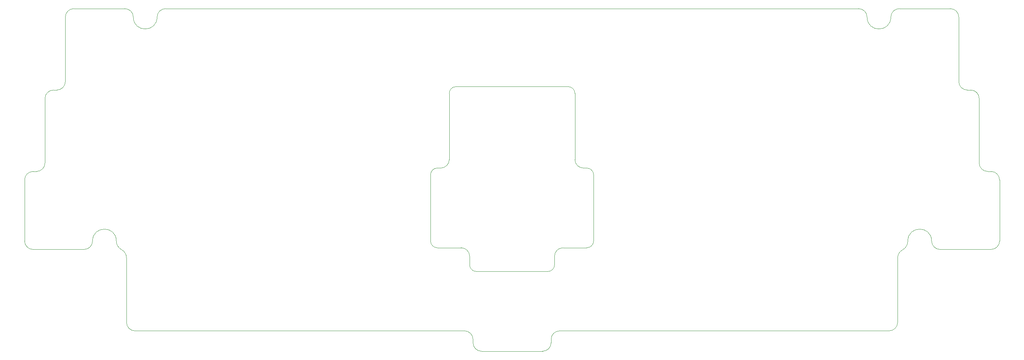
<source format=gbr>
%TF.GenerationSoftware,KiCad,Pcbnew,(7.0.0)*%
%TF.CreationDate,2023-12-26T01:15:32+01:00*%
%TF.ProjectId,Infernum HS,496e6665-726e-4756-9d20-48532e6b6963,rev?*%
%TF.SameCoordinates,Original*%
%TF.FileFunction,Profile,NP*%
%FSLAX46Y46*%
G04 Gerber Fmt 4.6, Leading zero omitted, Abs format (unit mm)*
G04 Created by KiCad (PCBNEW (7.0.0)) date 2023-12-26 01:15:32*
%MOMM*%
%LPD*%
G01*
G04 APERTURE LIST*
%TA.AperFunction,Profile*%
%ADD10C,0.100000*%
%TD*%
G04 APERTURE END LIST*
D10*
X264318750Y-101996875D02*
X265112500Y-101996875D01*
X50800000Y-101996875D02*
X51593750Y-101996875D01*
X148034375Y-142875000D02*
X148034375Y-140890625D01*
X175418750Y-138906250D02*
G75*
G03*
X177006250Y-137318750I-50J1587550D01*
G01*
X246062500Y-158353125D02*
X169068750Y-158353125D01*
X67865575Y-156368750D02*
G75*
G03*
X69850000Y-158353125I1984425J50D01*
G01*
X65484375Y-137318750D02*
G75*
G03*
X59928125Y-137318750I-2778125J0D01*
G01*
X167878125Y-142875000D02*
X167878125Y-140890625D01*
X148828125Y-161131250D02*
X148828125Y-160337500D01*
X267096925Y-119062500D02*
G75*
G03*
X269081250Y-121046875I1984375J0D01*
G01*
X169068750Y-158353075D02*
G75*
G03*
X167084375Y-160337500I50J-1984425D01*
G01*
X262334425Y-84931250D02*
G75*
G03*
X260350000Y-82946875I-1984425J-50D01*
G01*
X69453125Y-84931250D02*
G75*
G03*
X67468750Y-82946875I-1984425J-50D01*
G01*
X248443750Y-82946875D02*
X260350000Y-82946875D01*
X269875000Y-139303125D02*
X257968750Y-139303125D01*
X165100000Y-163115625D02*
X150812500Y-163115625D01*
X55562500Y-82946875D02*
X67468750Y-82946875D01*
X271859425Y-123031250D02*
G75*
G03*
X269875000Y-121046875I-1984425J-50D01*
G01*
X171053125Y-101203125D02*
X144859375Y-101203125D01*
X240903125Y-84931250D02*
G75*
G03*
X238918750Y-82946875I-1984425J-50D01*
G01*
X167084375Y-161131250D02*
X167084375Y-160337500D01*
X172640575Y-102790625D02*
G75*
G03*
X171053125Y-101203125I-1587475J25D01*
G01*
X166290625Y-144462525D02*
G75*
G03*
X167878125Y-142875000I-25J1587525D01*
G01*
X57943750Y-139303125D02*
G75*
G03*
X59928125Y-137318750I0J1984375D01*
G01*
X44053075Y-137318750D02*
G75*
G03*
X46037500Y-139303125I1984425J50D01*
G01*
X169862483Y-138906233D02*
X175418750Y-138906250D01*
X255984375Y-137318750D02*
G75*
G03*
X257968750Y-139303125I1984425J50D01*
G01*
X46831250Y-121046925D02*
G75*
G03*
X48815625Y-119062500I-50J1984425D01*
G01*
X267096925Y-103981250D02*
G75*
G03*
X265112500Y-101996875I-1984425J-50D01*
G01*
X271859375Y-123031250D02*
X271859375Y-137318750D01*
X76993750Y-82946875D02*
X238918750Y-82946875D01*
X269875000Y-139303075D02*
G75*
G03*
X271859375Y-137318750I0J1984375D01*
G01*
X269081250Y-121046875D02*
X269875000Y-121046875D01*
X177006175Y-121840625D02*
G75*
G03*
X175418750Y-120253125I-1587475J25D01*
G01*
X46037500Y-121046875D02*
G75*
G03*
X44053125Y-123031250I0J-1984375D01*
G01*
X262334425Y-100012500D02*
G75*
G03*
X264318750Y-101996875I1984375J0D01*
G01*
X44053125Y-137318750D02*
X44053125Y-123031250D01*
X140493750Y-138906250D02*
X146050000Y-138906250D01*
X53578125Y-100012500D02*
X53578125Y-84931250D01*
X249200005Y-139400010D02*
G75*
G03*
X248046875Y-141287500I968195J-1887490D01*
G01*
X255984375Y-137318750D02*
G75*
G03*
X250428125Y-137318750I-2778125J0D01*
G01*
X138906250Y-121840625D02*
X138906250Y-137318750D01*
X148034350Y-140890625D02*
G75*
G03*
X146050000Y-138906250I-1984350J25D01*
G01*
X267096875Y-103981250D02*
X267096875Y-119062500D01*
X165100000Y-163115575D02*
G75*
G03*
X167084375Y-161131250I0J1984375D01*
G01*
X51593750Y-101996925D02*
G75*
G03*
X53578125Y-100012500I-50J1984425D01*
G01*
X148828075Y-161131250D02*
G75*
G03*
X150812500Y-163115625I1984425J50D01*
G01*
X240903125Y-84931250D02*
G75*
G03*
X246459375Y-84931250I2778125J0D01*
G01*
X67865625Y-156368750D02*
X67865625Y-141287500D01*
X144859375Y-101203075D02*
G75*
G03*
X143271875Y-102790625I25J-1587525D01*
G01*
X262334375Y-84931250D02*
X262334375Y-100012500D01*
X174625000Y-120253125D02*
X175418750Y-120253125D01*
X148034400Y-142875000D02*
G75*
G03*
X149621875Y-144462500I1587500J0D01*
G01*
X248443750Y-82946875D02*
G75*
G03*
X246459375Y-84931250I50J-1984425D01*
G01*
X248046875Y-141287500D02*
X248046875Y-156368750D01*
X169862483Y-138906208D02*
G75*
G03*
X167878108Y-140890608I17J-1984392D01*
G01*
X67865632Y-141287500D02*
G75*
G03*
X66800000Y-139400000I-2204432J0D01*
G01*
X69453125Y-84931250D02*
G75*
G03*
X75009375Y-84931250I2778125J0D01*
G01*
X246062500Y-158353075D02*
G75*
G03*
X248046875Y-156368750I0J1984375D01*
G01*
X76993750Y-82946875D02*
G75*
G03*
X75009375Y-84931250I50J-1984425D01*
G01*
X48815625Y-119062500D02*
X48815625Y-103981250D01*
X138906250Y-137318750D02*
G75*
G03*
X140493750Y-138906250I1587550J50D01*
G01*
X143271875Y-102790625D02*
X143271875Y-118268750D01*
X249200011Y-139400020D02*
G75*
G03*
X250428125Y-137318750I-1149411J2081220D01*
G01*
X172640625Y-118268750D02*
X172640625Y-102790625D01*
X148828075Y-160337500D02*
G75*
G03*
X146843750Y-158353125I-1984375J0D01*
G01*
X55562500Y-82946875D02*
G75*
G03*
X53578125Y-84931250I0J-1984375D01*
G01*
X50800000Y-101996875D02*
G75*
G03*
X48815625Y-103981250I0J-1984375D01*
G01*
X57943750Y-139303125D02*
X46037500Y-139303125D01*
X141287500Y-120253075D02*
G75*
G03*
X143271875Y-118268750I0J1984375D01*
G01*
X141287500Y-120253125D02*
X140493750Y-120253125D01*
X149621875Y-144462500D02*
X166290625Y-144462500D01*
X140493750Y-120253050D02*
G75*
G03*
X138906250Y-121840625I50J-1587550D01*
G01*
X46037500Y-121046875D02*
X46831250Y-121046875D01*
X172640575Y-118268750D02*
G75*
G03*
X174625000Y-120253125I1984425J50D01*
G01*
X146843750Y-158353125D02*
X69850000Y-158353125D01*
X177006250Y-137318750D02*
X177006250Y-121840625D01*
X65484420Y-137318750D02*
G75*
G03*
X66800000Y-139399999I2303980J-50D01*
G01*
M02*

</source>
